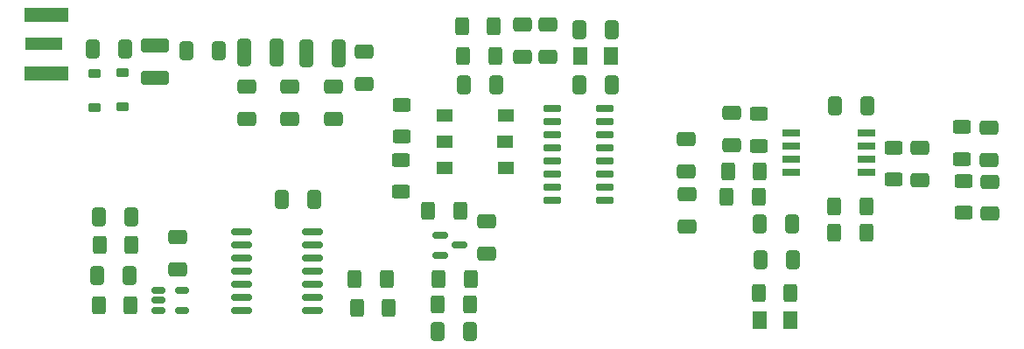
<source format=gtp>
%TF.GenerationSoftware,KiCad,Pcbnew,7.0.10-7.0.10~ubuntu22.04.1*%
%TF.CreationDate,2024-03-15T16:54:52-07:00*%
%TF.ProjectId,kiss_sdr_r1,6b697373-5f73-4647-925f-72312e6b6963,rev?*%
%TF.SameCoordinates,Original*%
%TF.FileFunction,Paste,Top*%
%TF.FilePolarity,Positive*%
%FSLAX46Y46*%
G04 Gerber Fmt 4.6, Leading zero omitted, Abs format (unit mm)*
G04 Created by KiCad (PCBNEW 7.0.10-7.0.10~ubuntu22.04.1) date 2024-03-15 16:54:52*
%MOMM*%
%LPD*%
G01*
G04 APERTURE LIST*
G04 Aperture macros list*
%AMRoundRect*
0 Rectangle with rounded corners*
0 $1 Rounding radius*
0 $2 $3 $4 $5 $6 $7 $8 $9 X,Y pos of 4 corners*
0 Add a 4 corners polygon primitive as box body*
4,1,4,$2,$3,$4,$5,$6,$7,$8,$9,$2,$3,0*
0 Add four circle primitives for the rounded corners*
1,1,$1+$1,$2,$3*
1,1,$1+$1,$4,$5*
1,1,$1+$1,$6,$7*
1,1,$1+$1,$8,$9*
0 Add four rect primitives between the rounded corners*
20,1,$1+$1,$2,$3,$4,$5,0*
20,1,$1+$1,$4,$5,$6,$7,0*
20,1,$1+$1,$6,$7,$8,$9,0*
20,1,$1+$1,$8,$9,$2,$3,0*%
G04 Aperture macros list end*
%ADD10RoundRect,0.250000X-0.400000X-0.625000X0.400000X-0.625000X0.400000X0.625000X-0.400000X0.625000X0*%
%ADD11RoundRect,0.150000X-0.512500X-0.150000X0.512500X-0.150000X0.512500X0.150000X-0.512500X0.150000X0*%
%ADD12R,1.700000X0.650000*%
%ADD13RoundRect,0.250000X0.650000X-0.412500X0.650000X0.412500X-0.650000X0.412500X-0.650000X-0.412500X0*%
%ADD14RoundRect,0.250000X-0.625000X0.400000X-0.625000X-0.400000X0.625000X-0.400000X0.625000X0.400000X0*%
%ADD15RoundRect,0.250000X-0.412500X-0.650000X0.412500X-0.650000X0.412500X0.650000X-0.412500X0.650000X0*%
%ADD16RoundRect,0.225000X-0.375000X0.225000X-0.375000X-0.225000X0.375000X-0.225000X0.375000X0.225000X0*%
%ADD17RoundRect,0.250000X-0.650000X0.412500X-0.650000X-0.412500X0.650000X-0.412500X0.650000X0.412500X0*%
%ADD18RoundRect,0.150000X-0.837500X-0.150000X0.837500X-0.150000X0.837500X0.150000X-0.837500X0.150000X0*%
%ADD19RoundRect,0.250000X0.412500X0.650000X-0.412500X0.650000X-0.412500X-0.650000X0.412500X-0.650000X0*%
%ADD20RoundRect,0.250000X0.400000X0.625000X-0.400000X0.625000X-0.400000X-0.625000X0.400000X-0.625000X0*%
%ADD21RoundRect,0.150000X-0.587500X-0.150000X0.587500X-0.150000X0.587500X0.150000X-0.587500X0.150000X0*%
%ADD22RoundRect,0.225000X0.375000X-0.225000X0.375000X0.225000X-0.375000X0.225000X-0.375000X-0.225000X0*%
%ADD23R,1.520000X1.270000*%
%ADD24RoundRect,0.250000X0.625000X-0.400000X0.625000X0.400000X-0.625000X0.400000X-0.625000X-0.400000X0*%
%ADD25RoundRect,0.250000X-0.400000X-1.075000X0.400000X-1.075000X0.400000X1.075000X-0.400000X1.075000X0*%
%ADD26RoundRect,0.150000X-0.725000X-0.150000X0.725000X-0.150000X0.725000X0.150000X-0.725000X0.150000X0*%
%ADD27RoundRect,0.250000X-1.100000X0.412500X-1.100000X-0.412500X1.100000X-0.412500X1.100000X0.412500X0*%
%ADD28RoundRect,0.250001X-0.462499X-0.624999X0.462499X-0.624999X0.462499X0.624999X-0.462499X0.624999X0*%
%ADD29R,4.200000X1.350000*%
%ADD30R,3.600000X1.270000*%
G04 APERTURE END LIST*
D10*
%TO.C,R6*%
X149975200Y-101192200D03*
X153075200Y-101192200D03*
%TD*%
D11*
%TO.C,U4*%
X95031900Y-110275200D03*
X95031900Y-111225200D03*
X95031900Y-112175200D03*
X97306900Y-112175200D03*
X97306900Y-110275200D03*
%TD*%
D12*
%TO.C,U1*%
X156181000Y-94994600D03*
X156181000Y-96264600D03*
X156181000Y-97534600D03*
X156181000Y-98804600D03*
X163481000Y-98804600D03*
X163481000Y-97534600D03*
X163481000Y-96264600D03*
X163481000Y-94994600D03*
%TD*%
D10*
%TO.C,R19*%
X89234600Y-111695100D03*
X92334600Y-111695100D03*
%TD*%
D13*
%TO.C,C2*%
X130189200Y-87667100D03*
X130189200Y-84542100D03*
%TD*%
D14*
%TO.C,R13*%
X172918150Y-99655300D03*
X172918150Y-102755300D03*
%TD*%
D13*
%TO.C,C3*%
X132678400Y-87667100D03*
X132678400Y-84542100D03*
%TD*%
%TO.C,C26*%
X96880600Y-108203000D03*
X96880600Y-105078000D03*
%TD*%
D15*
%TO.C,C21*%
X153264700Y-107288200D03*
X156389700Y-107288200D03*
%TD*%
D16*
%TO.C,D1*%
X88863400Y-89230800D03*
X88863400Y-92530800D03*
%TD*%
D10*
%TO.C,R3*%
X124372000Y-84707600D03*
X127472000Y-84707600D03*
%TD*%
D17*
%TO.C,C16*%
X107684800Y-90561900D03*
X107684800Y-93686900D03*
%TD*%
D18*
%TO.C,U3*%
X103011200Y-104557700D03*
X103011200Y-105827700D03*
X103011200Y-107097700D03*
X103011200Y-108367700D03*
X103011200Y-109637700D03*
X103011200Y-110907700D03*
X103011200Y-112177700D03*
X109936200Y-112177700D03*
X109936200Y-110907700D03*
X109936200Y-109637700D03*
X109936200Y-108367700D03*
X109936200Y-107097700D03*
X109936200Y-105827700D03*
X109936200Y-104557700D03*
%TD*%
D10*
%TO.C,R12*%
X160363800Y-102106600D03*
X163463800Y-102106600D03*
%TD*%
%TO.C,R14*%
X160363800Y-104672000D03*
X163463800Y-104672000D03*
%TD*%
D19*
%TO.C,C25*%
X163552500Y-92353000D03*
X160427500Y-92353000D03*
%TD*%
D20*
%TO.C,R1*%
X127598400Y-87577800D03*
X124498400Y-87577800D03*
%TD*%
D21*
%TO.C,Q1*%
X122294400Y-104941200D03*
X122294400Y-106841200D03*
X124169400Y-105891200D03*
%TD*%
D22*
%TO.C,D2*%
X91530400Y-92480000D03*
X91530400Y-89180000D03*
%TD*%
D10*
%TO.C,R18*%
X89310800Y-105853100D03*
X92410800Y-105853100D03*
%TD*%
D23*
%TO.C,TR1*%
X122654000Y-93318200D03*
X122654000Y-95858200D03*
X122654000Y-98398200D03*
X128589000Y-98398200D03*
X128554000Y-95858200D03*
X128589000Y-93318200D03*
%TD*%
D19*
%TO.C,C24*%
X110050900Y-101433500D03*
X106925900Y-101433500D03*
%TD*%
%TO.C,C12*%
X100827200Y-87043400D03*
X97702200Y-87043400D03*
%TD*%
D24*
%TO.C,R5*%
X153049200Y-96265200D03*
X153049200Y-93165200D03*
%TD*%
%TO.C,R10*%
X166130200Y-99541800D03*
X166130200Y-96441800D03*
%TD*%
D13*
%TO.C,C9*%
X146115000Y-104075500D03*
X146115000Y-100950500D03*
%TD*%
%TO.C,C14*%
X168670200Y-99579700D03*
X168670200Y-96454700D03*
%TD*%
D15*
%TO.C,C23*%
X89120500Y-108812200D03*
X92245500Y-108812200D03*
%TD*%
D20*
%TO.C,R20*%
X156148600Y-110488600D03*
X153048600Y-110488600D03*
%TD*%
D25*
%TO.C,L2*%
X109309800Y-87298400D03*
X112409800Y-87298400D03*
%TD*%
%TO.C,L1*%
X103315400Y-87222200D03*
X106415400Y-87222200D03*
%TD*%
D10*
%TO.C,R8*%
X150102200Y-98703000D03*
X153202200Y-98703000D03*
%TD*%
D17*
%TO.C,C15*%
X103595400Y-90536500D03*
X103595400Y-93661500D03*
%TD*%
D20*
%TO.C,R11*%
X125211400Y-109167800D03*
X122111400Y-109167800D03*
%TD*%
D10*
%TO.C,R17*%
X114186600Y-111987200D03*
X117286600Y-111987200D03*
%TD*%
D15*
%TO.C,C19*%
X122022700Y-114222400D03*
X125147700Y-114222400D03*
%TD*%
D13*
%TO.C,C4*%
X150483800Y-96226900D03*
X150483800Y-93101900D03*
%TD*%
D10*
%TO.C,R15*%
X122009800Y-111606200D03*
X125109800Y-111606200D03*
%TD*%
D19*
%TO.C,C22*%
X92372500Y-103148000D03*
X89247500Y-103148000D03*
%TD*%
D13*
%TO.C,C13*%
X114923800Y-90245600D03*
X114923800Y-87120600D03*
%TD*%
D24*
%TO.C,R2*%
X118530600Y-95376200D03*
X118530600Y-92276200D03*
%TD*%
D17*
%TO.C,C10*%
X146064200Y-95641900D03*
X146064200Y-98766900D03*
%TD*%
D20*
%TO.C,R9*%
X124220800Y-102538400D03*
X121120800Y-102538400D03*
%TD*%
D26*
%TO.C,U2*%
X133075200Y-92641200D03*
X133075200Y-93911200D03*
X133075200Y-95181200D03*
X133075200Y-96451200D03*
X133075200Y-97721200D03*
X133075200Y-98991200D03*
X133075200Y-100261200D03*
X133075200Y-101531200D03*
X138225200Y-101531200D03*
X138225200Y-100261200D03*
X138225200Y-98991200D03*
X138225200Y-97721200D03*
X138225200Y-96451200D03*
X138225200Y-95181200D03*
X138225200Y-93911200D03*
X138225200Y-92641200D03*
%TD*%
D27*
%TO.C,L3*%
X94692700Y-86547700D03*
X94692700Y-89672700D03*
%TD*%
D28*
%TO.C,FB1*%
X135813700Y-87577800D03*
X138788700Y-87577800D03*
%TD*%
D24*
%TO.C,R7*%
X172740350Y-97548300D03*
X172740350Y-94448300D03*
%TD*%
D19*
%TO.C,C11*%
X91759400Y-86891000D03*
X88634400Y-86891000D03*
%TD*%
D13*
%TO.C,C8*%
X126760200Y-106717100D03*
X126760200Y-103592100D03*
%TD*%
D17*
%TO.C,C7*%
X175356550Y-94486600D03*
X175356550Y-97611600D03*
%TD*%
D10*
%TO.C,R16*%
X114008800Y-109117000D03*
X117108800Y-109117000D03*
%TD*%
D24*
%TO.C,R4*%
X118479800Y-100710200D03*
X118479800Y-97610200D03*
%TD*%
D15*
%TO.C,C20*%
X153188500Y-103808400D03*
X156313500Y-103808400D03*
%TD*%
D13*
%TO.C,C18*%
X175458150Y-102844000D03*
X175458150Y-99719000D03*
%TD*%
D28*
%TO.C,D3*%
X153136500Y-113104800D03*
X156111500Y-113104800D03*
%TD*%
D19*
%TO.C,C6*%
X138851400Y-85012400D03*
X135726400Y-85012400D03*
%TD*%
D15*
%TO.C,C5*%
X135764100Y-90346400D03*
X138889100Y-90346400D03*
%TD*%
D17*
%TO.C,C17*%
X111926600Y-90561900D03*
X111926600Y-93686900D03*
%TD*%
D19*
%TO.C,C1*%
X127713100Y-90346400D03*
X124588100Y-90346400D03*
%TD*%
D29*
%TO.C,J1*%
X84139000Y-89234400D03*
X84139000Y-83584400D03*
D30*
X83939000Y-86409400D03*
%TD*%
M02*

</source>
